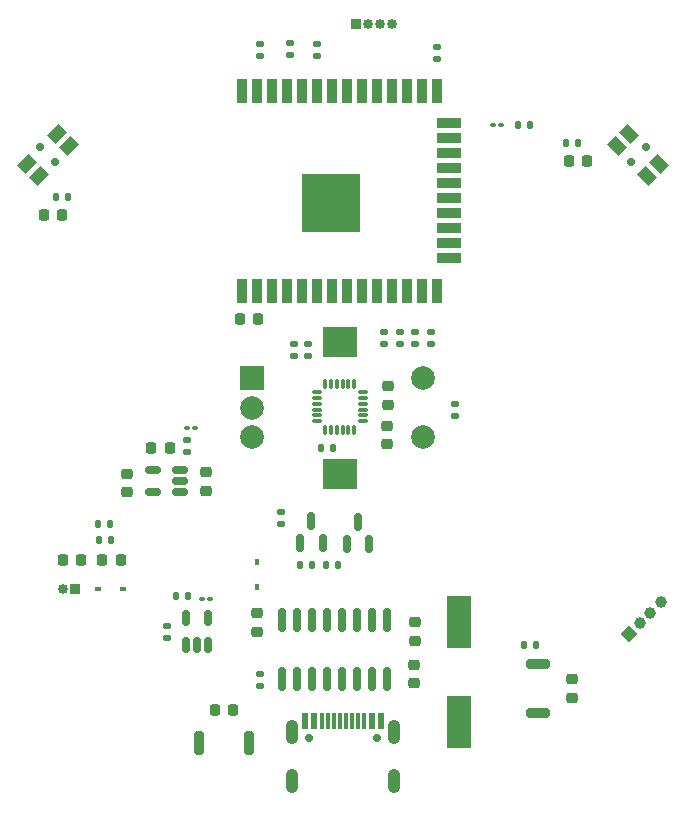
<source format=gbr>
%TF.GenerationSoftware,KiCad,Pcbnew,(6.0.0-0)*%
%TF.CreationDate,2022-03-19T01:27:07+08:00*%
%TF.ProjectId,PCB,5043422e-6b69-4636-9164-5f7063625858,rev?*%
%TF.SameCoordinates,Original*%
%TF.FileFunction,Soldermask,Top*%
%TF.FilePolarity,Negative*%
%FSLAX46Y46*%
G04 Gerber Fmt 4.6, Leading zero omitted, Abs format (unit mm)*
G04 Created by KiCad (PCBNEW (6.0.0-0)) date 2022-03-19 01:27:07*
%MOMM*%
%LPD*%
G01*
G04 APERTURE LIST*
G04 Aperture macros list*
%AMRoundRect*
0 Rectangle with rounded corners*
0 $1 Rounding radius*
0 $2 $3 $4 $5 $6 $7 $8 $9 X,Y pos of 4 corners*
0 Add a 4 corners polygon primitive as box body*
4,1,4,$2,$3,$4,$5,$6,$7,$8,$9,$2,$3,0*
0 Add four circle primitives for the rounded corners*
1,1,$1+$1,$2,$3*
1,1,$1+$1,$4,$5*
1,1,$1+$1,$6,$7*
1,1,$1+$1,$8,$9*
0 Add four rect primitives between the rounded corners*
20,1,$1+$1,$2,$3,$4,$5,0*
20,1,$1+$1,$4,$5,$6,$7,0*
20,1,$1+$1,$6,$7,$8,$9,0*
20,1,$1+$1,$8,$9,$2,$3,0*%
%AMHorizOval*
0 Thick line with rounded ends*
0 $1 width*
0 $2 $3 position (X,Y) of the first rounded end (center of the circle)*
0 $4 $5 position (X,Y) of the second rounded end (center of the circle)*
0 Add line between two ends*
20,1,$1,$2,$3,$4,$5,0*
0 Add two circle primitives to create the rounded ends*
1,1,$1,$2,$3*
1,1,$1,$4,$5*%
%AMRotRect*
0 Rectangle, with rotation*
0 The origin of the aperture is its center*
0 $1 length*
0 $2 width*
0 $3 Rotation angle, in degrees counterclockwise*
0 Add horizontal line*
21,1,$1,$2,0,0,$3*%
G04 Aperture macros list end*
%ADD10R,5.000000X5.000000*%
%ADD11R,0.900000X2.000000*%
%ADD12R,2.000000X0.900000*%
%ADD13RoundRect,0.225000X-0.250000X0.225000X-0.250000X-0.225000X0.250000X-0.225000X0.250000X0.225000X0*%
%ADD14RoundRect,0.135000X0.135000X0.185000X-0.135000X0.185000X-0.135000X-0.185000X0.135000X-0.185000X0*%
%ADD15RoundRect,0.225000X0.250000X-0.225000X0.250000X0.225000X-0.250000X0.225000X-0.250000X-0.225000X0*%
%ADD16RotRect,1.400000X1.050000X135.000000*%
%ADD17C,0.700000*%
%ADD18RoundRect,0.225000X0.225000X0.250000X-0.225000X0.250000X-0.225000X-0.250000X0.225000X-0.250000X0*%
%ADD19RoundRect,0.135000X-0.185000X0.135000X-0.185000X-0.135000X0.185000X-0.135000X0.185000X0.135000X0*%
%ADD20RoundRect,0.100000X0.130000X0.100000X-0.130000X0.100000X-0.130000X-0.100000X0.130000X-0.100000X0*%
%ADD21RoundRect,0.135000X0.185000X-0.135000X0.185000X0.135000X-0.185000X0.135000X-0.185000X-0.135000X0*%
%ADD22RotRect,1.400000X1.050000X225.000000*%
%ADD23RoundRect,0.150000X0.150000X-0.512500X0.150000X0.512500X-0.150000X0.512500X-0.150000X-0.512500X0*%
%ADD24R,2.000000X4.500000*%
%ADD25R,2.000000X2.000000*%
%ADD26C,2.000000*%
%ADD27R,3.000000X2.500000*%
%ADD28RoundRect,0.225000X-0.225000X-0.250000X0.225000X-0.250000X0.225000X0.250000X-0.225000X0.250000X0*%
%ADD29RoundRect,0.200000X0.800000X-0.200000X0.800000X0.200000X-0.800000X0.200000X-0.800000X-0.200000X0*%
%ADD30RoundRect,0.100000X-0.130000X-0.100000X0.130000X-0.100000X0.130000X0.100000X-0.130000X0.100000X0*%
%ADD31RoundRect,0.135000X-0.135000X-0.185000X0.135000X-0.185000X0.135000X0.185000X-0.135000X0.185000X0*%
%ADD32O,1.050000X2.100000*%
%ADD33R,0.300000X1.450000*%
%ADD34R,0.600000X1.450000*%
%ADD35RoundRect,0.150000X0.150000X-0.587500X0.150000X0.587500X-0.150000X0.587500X-0.150000X-0.587500X0*%
%ADD36RoundRect,0.075000X0.075000X-0.350000X0.075000X0.350000X-0.075000X0.350000X-0.075000X-0.350000X0*%
%ADD37RoundRect,0.075000X-0.350000X-0.075000X0.350000X-0.075000X0.350000X0.075000X-0.350000X0.075000X0*%
%ADD38RoundRect,0.150000X0.512500X0.150000X-0.512500X0.150000X-0.512500X-0.150000X0.512500X-0.150000X0*%
%ADD39O,0.850000X0.850000*%
%ADD40R,0.850000X0.850000*%
%ADD41R,0.450000X0.600000*%
%ADD42RoundRect,0.150000X0.150000X-0.825000X0.150000X0.825000X-0.150000X0.825000X-0.150000X-0.825000X0*%
%ADD43RoundRect,0.200000X-0.200000X-0.800000X0.200000X-0.800000X0.200000X0.800000X-0.200000X0.800000X0*%
%ADD44R,0.600000X0.450000*%
%ADD45HorizOval,1.000000X0.000000X0.000000X0.000000X0.000000X0*%
%ADD46RotRect,1.000000X1.000000X135.000000*%
G04 APERTURE END LIST*
D10*
%TO.C,U4*%
X98955000Y-83070000D03*
D11*
X91455000Y-73570000D03*
X92725000Y-73570000D03*
X93995000Y-73570000D03*
X95265000Y-73570000D03*
X96535000Y-73570000D03*
X97805000Y-73570000D03*
X99075000Y-73570000D03*
X100345000Y-73570000D03*
X101615000Y-73570000D03*
X102885000Y-73570000D03*
X104155000Y-73570000D03*
X105425000Y-73570000D03*
X106695000Y-73570000D03*
X107965000Y-73570000D03*
D12*
X108965000Y-76355000D03*
X108965000Y-77625000D03*
X108965000Y-78895000D03*
X108965000Y-80165000D03*
X108965000Y-81435000D03*
X108965000Y-82705000D03*
X108965000Y-83975000D03*
X108965000Y-85245000D03*
X108965000Y-86515000D03*
X108965000Y-87785000D03*
D11*
X107965000Y-90570000D03*
X106695000Y-90570000D03*
X105425000Y-90570000D03*
X104155000Y-90570000D03*
X102885000Y-90570000D03*
X101615000Y-90570000D03*
X100345000Y-90570000D03*
X99075000Y-90570000D03*
X97805000Y-90570000D03*
X96535000Y-90570000D03*
X95265000Y-90570000D03*
X93995000Y-90570000D03*
X92725000Y-90570000D03*
X91455000Y-90570000D03*
%TD*%
D13*
%TO.C,C7*%
X103760000Y-103505000D03*
X103760000Y-101955000D03*
%TD*%
D14*
%TO.C,R2*%
X96340000Y-113742500D03*
X97360000Y-113742500D03*
%TD*%
D15*
%TO.C,C15*%
X103780000Y-98615000D03*
X103780000Y-100165000D03*
%TD*%
D14*
%TO.C,R1*%
X98550000Y-113712500D03*
X99570000Y-113712500D03*
%TD*%
D15*
%TO.C,C2*%
X88392000Y-105905000D03*
X88392000Y-107455000D03*
%TD*%
D16*
%TO.C,SW4*%
X124236325Y-77218091D03*
X126781909Y-79763675D03*
X125763675Y-80781909D03*
X123218091Y-78236325D03*
D17*
X125636396Y-78363604D03*
X124363604Y-79636396D03*
%TD*%
D18*
%TO.C,C9*%
X76265000Y-113284000D03*
X77815000Y-113284000D03*
%TD*%
D14*
%TO.C,R14*%
X79310000Y-111610000D03*
X80330000Y-111610000D03*
%TD*%
D19*
%TO.C,R4*%
X95474000Y-70604000D03*
X95474000Y-69584000D03*
%TD*%
D20*
%TO.C,D3*%
X112710000Y-76454000D03*
X113350000Y-76454000D03*
%TD*%
D18*
%TO.C,C12*%
X119113000Y-79502000D03*
X120663000Y-79502000D03*
%TD*%
D21*
%TO.C,R11*%
X107950000Y-69848000D03*
X107950000Y-70868000D03*
%TD*%
D22*
%TO.C,SW5*%
X75763675Y-77218091D03*
X73218091Y-79763675D03*
X76781909Y-78236325D03*
X74236325Y-80781909D03*
D17*
X74363604Y-78363604D03*
X75636396Y-79636396D03*
%TD*%
D14*
%TO.C,R25*%
X75690000Y-82550000D03*
X76710000Y-82550000D03*
%TD*%
D23*
%TO.C,U3*%
X86680000Y-118242500D03*
X88580000Y-118242500D03*
X88580000Y-120517500D03*
X87630000Y-120517500D03*
X86680000Y-120517500D03*
%TD*%
D24*
%TO.C,Y1*%
X109820000Y-127030000D03*
X109820000Y-118530000D03*
%TD*%
D25*
%TO.C,SW3*%
X92260000Y-97940000D03*
D26*
X92260000Y-102940000D03*
X92260000Y-100440000D03*
D27*
X99760000Y-106040000D03*
X99760000Y-94840000D03*
D26*
X106760000Y-97940000D03*
X106760000Y-102940000D03*
%TD*%
D28*
%TO.C,C4*%
X85325000Y-103840000D03*
X83775000Y-103840000D03*
%TD*%
D14*
%TO.C,R12*%
X79290000Y-110236000D03*
X80310000Y-110236000D03*
%TD*%
D29*
%TO.C,SW1*%
X116470000Y-122094000D03*
X116470000Y-126294000D03*
%TD*%
D15*
%TO.C,C10*%
X119380000Y-123431000D03*
X119380000Y-124981000D03*
%TD*%
D21*
%TO.C,R22*%
X92964000Y-70614000D03*
X92964000Y-69594000D03*
%TD*%
D18*
%TO.C,C13*%
X91295000Y-92880000D03*
X92845000Y-92880000D03*
%TD*%
D30*
%TO.C,D4*%
X87442000Y-102108000D03*
X86802000Y-102108000D03*
%TD*%
D19*
%TO.C,R15*%
X104802000Y-94998000D03*
X104802000Y-93978000D03*
%TD*%
%TO.C,R16*%
X106122000Y-94998000D03*
X106122000Y-93978000D03*
%TD*%
%TO.C,R3*%
X97790000Y-70614000D03*
X97790000Y-69594000D03*
%TD*%
D15*
%TO.C,C1*%
X106060000Y-118605000D03*
X106060000Y-120155000D03*
%TD*%
D31*
%TO.C,R13*%
X116334000Y-120514000D03*
X115314000Y-120514000D03*
%TD*%
D32*
%TO.C,P1*%
X104320000Y-132050000D03*
X95680000Y-132050000D03*
X104320000Y-127870000D03*
X95680000Y-127870000D03*
D33*
X98250000Y-126955000D03*
X99250000Y-126955000D03*
X100750000Y-126955000D03*
X101750000Y-126955000D03*
D34*
X102450000Y-126955000D03*
X103250000Y-126955000D03*
D33*
X101250000Y-126955000D03*
X100250000Y-126955000D03*
X99750000Y-126955000D03*
X98750000Y-126955000D03*
D34*
X97550000Y-126955000D03*
X96750000Y-126955000D03*
D17*
X97110000Y-128400000D03*
X102890000Y-128400000D03*
%TD*%
D19*
%TO.C,R10*%
X97028000Y-96014000D03*
X97028000Y-94994000D03*
%TD*%
D35*
%TO.C,Q2*%
X97330000Y-110045000D03*
X98280000Y-111920000D03*
X96380000Y-111920000D03*
%TD*%
D36*
%TO.C,U5*%
X98460000Y-98380000D03*
X98960000Y-98380000D03*
X99460000Y-98380000D03*
X99960000Y-98380000D03*
X100460000Y-98380000D03*
X100960000Y-98380000D03*
D37*
X101660000Y-99080000D03*
X101660000Y-99580000D03*
X101660000Y-100080000D03*
X101660000Y-100580000D03*
X101660000Y-101080000D03*
X101660000Y-101580000D03*
D36*
X100960000Y-102280000D03*
X100460000Y-102280000D03*
X99960000Y-102280000D03*
X99460000Y-102280000D03*
X98960000Y-102280000D03*
X98460000Y-102280000D03*
D37*
X97760000Y-101580000D03*
X97760000Y-101080000D03*
X97760000Y-100580000D03*
X97760000Y-100080000D03*
X97760000Y-99580000D03*
X97760000Y-99080000D03*
%TD*%
D19*
%TO.C,R19*%
X92964000Y-123954000D03*
X92964000Y-122934000D03*
%TD*%
D31*
%TO.C,R23*%
X119888000Y-77978000D03*
X118868000Y-77978000D03*
%TD*%
D30*
%TO.C,D5*%
X88712000Y-116586000D03*
X88072000Y-116586000D03*
%TD*%
D31*
%TO.C,R8*%
X86870000Y-116332000D03*
X85850000Y-116332000D03*
%TD*%
D21*
%TO.C,R20*%
X109474000Y-100074000D03*
X109474000Y-101094000D03*
%TD*%
D19*
%TO.C,R9*%
X95850000Y-96010000D03*
X95850000Y-94990000D03*
%TD*%
D38*
%TO.C,U1*%
X83912500Y-107590000D03*
X83912500Y-105690000D03*
X86187500Y-105690000D03*
X86187500Y-106640000D03*
X86187500Y-107590000D03*
%TD*%
D39*
%TO.C,J2*%
X76290000Y-115815000D03*
D40*
X77290000Y-115815000D03*
%TD*%
D35*
%TO.C,Q1*%
X101260000Y-110075000D03*
X102210000Y-111950000D03*
X100310000Y-111950000D03*
%TD*%
D21*
%TO.C,R18*%
X94760000Y-109272500D03*
X94760000Y-110292500D03*
%TD*%
D28*
%TO.C,C8*%
X81165000Y-113284000D03*
X79615000Y-113284000D03*
%TD*%
D15*
%TO.C,C5*%
X81690000Y-106035000D03*
X81690000Y-107585000D03*
%TD*%
D41*
%TO.C,D1*%
X92710000Y-115604000D03*
X92710000Y-113504000D03*
%TD*%
D19*
%TO.C,R24*%
X107442000Y-94998000D03*
X107442000Y-93978000D03*
%TD*%
D13*
%TO.C,C6*%
X92710000Y-119393000D03*
X92710000Y-117843000D03*
%TD*%
D14*
%TO.C,R21*%
X98130000Y-103820000D03*
X99150000Y-103820000D03*
%TD*%
D42*
%TO.C,U2*%
X94869000Y-118429000D03*
X96139000Y-118429000D03*
X97409000Y-118429000D03*
X98679000Y-118429000D03*
X99949000Y-118429000D03*
X101219000Y-118429000D03*
X102489000Y-118429000D03*
X103759000Y-118429000D03*
X103759000Y-123379000D03*
X102489000Y-123379000D03*
X101219000Y-123379000D03*
X99949000Y-123379000D03*
X98679000Y-123379000D03*
X97409000Y-123379000D03*
X96139000Y-123379000D03*
X94869000Y-123379000D03*
%TD*%
D13*
%TO.C,C3*%
X106040000Y-123765000D03*
X106040000Y-122215000D03*
%TD*%
D28*
%TO.C,C14*%
X76213000Y-84074000D03*
X74663000Y-84074000D03*
%TD*%
D43*
%TO.C,SW2*%
X92016000Y-128778000D03*
X87816000Y-128778000D03*
%TD*%
D44*
%TO.C,D2*%
X79240000Y-115780000D03*
X81340000Y-115780000D03*
%TD*%
D19*
%TO.C,R6*%
X86760000Y-104142000D03*
X86760000Y-103122000D03*
%TD*%
%TO.C,R17*%
X103452000Y-94998000D03*
X103452000Y-93978000D03*
%TD*%
D31*
%TO.C,R5*%
X115826000Y-76454000D03*
X114806000Y-76454000D03*
%TD*%
D45*
%TO.C,LCD1*%
X126920574Y-116889426D03*
X126022548Y-117787452D03*
X125124523Y-118685477D03*
D46*
X124226497Y-119583503D03*
%TD*%
D19*
%TO.C,R7*%
X85090000Y-119892000D03*
X85090000Y-118872000D03*
%TD*%
D28*
%TO.C,C11*%
X90704000Y-125984000D03*
X89154000Y-125984000D03*
%TD*%
D39*
%TO.C,J1*%
X104116000Y-67967000D03*
X103116000Y-67967000D03*
X102116000Y-67967000D03*
D40*
X101116000Y-67967000D03*
%TD*%
M02*

</source>
